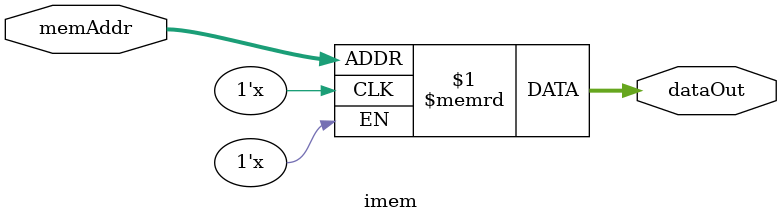
<source format=v>
`timescale 1ns/10ps

module imem (memAddr, dataOut);
	input  [0:7]   memAddr;   // Memory Read Address (8-bit)
	output [0:31]  dataOut;   // Memory READ Output Data

	// Memory Declaration
	reg [0:31] MEM[0:255];    // 32-wide, 256-deep memory

	// Asynchronous READ Operation
	assign dataOut = MEM[memAddr];
	
endmodule


</source>
